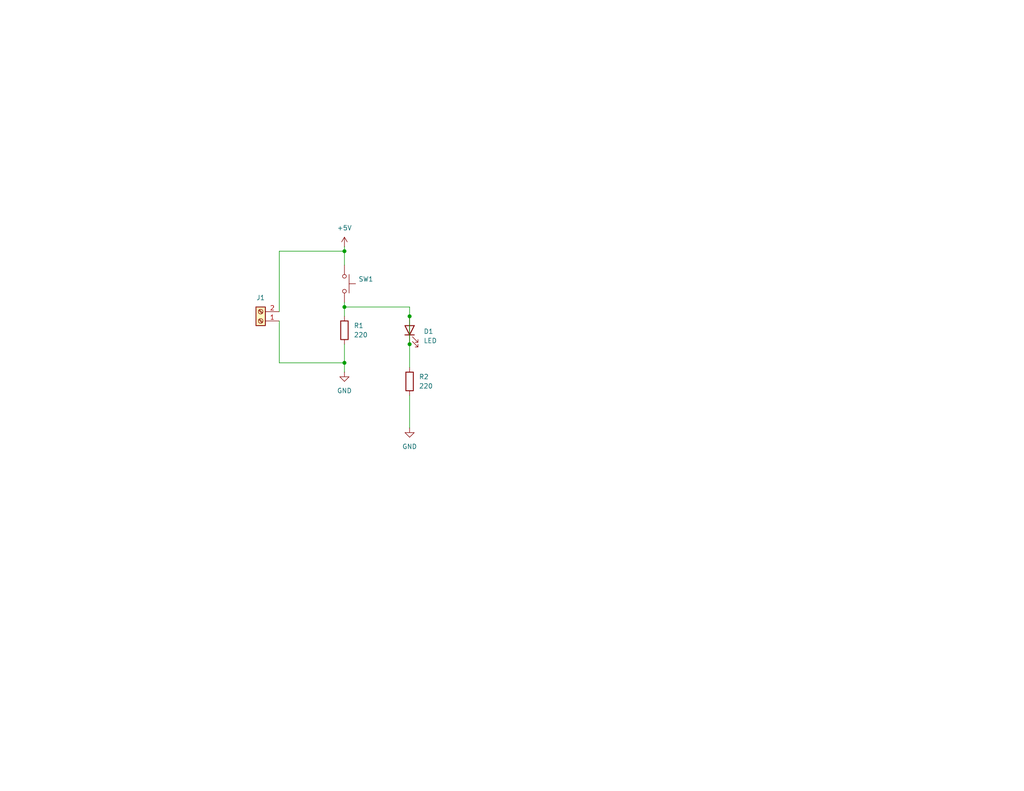
<source format=kicad_sch>
(kicad_sch
	(version 20231120)
	(generator "eeschema")
	(generator_version "8.0")
	(uuid "ba12d5c7-d5be-4a8f-aa31-8bb6b06c141a")
	(paper "USLetter")
	(title_block
		(title "EMCENDIDO DE LED CON PULSADOR ")
		(date "9-oct-24")
		(rev "V1.1")
	)
	(lib_symbols
		(symbol "Connector:Screw_Terminal_01x02"
			(pin_names
				(offset 1.016) hide)
			(exclude_from_sim no)
			(in_bom yes)
			(on_board yes)
			(property "Reference" "J"
				(at 0 2.54 0)
				(effects
					(font
						(size 1.27 1.27)
					)
				)
			)
			(property "Value" "Screw_Terminal_01x02"
				(at 0 -5.08 0)
				(effects
					(font
						(size 1.27 1.27)
					)
				)
			)
			(property "Footprint" ""
				(at 0 0 0)
				(effects
					(font
						(size 1.27 1.27)
					)
					(hide yes)
				)
			)
			(property "Datasheet" "~"
				(at 0 0 0)
				(effects
					(font
						(size 1.27 1.27)
					)
					(hide yes)
				)
			)
			(property "Description" "Generic screw terminal, single row, 01x02, script generated (kicad-library-utils/schlib/autogen/connector/)"
				(at 0 0 0)
				(effects
					(font
						(size 1.27 1.27)
					)
					(hide yes)
				)
			)
			(property "ki_keywords" "screw terminal"
				(at 0 0 0)
				(effects
					(font
						(size 1.27 1.27)
					)
					(hide yes)
				)
			)
			(property "ki_fp_filters" "TerminalBlock*:*"
				(at 0 0 0)
				(effects
					(font
						(size 1.27 1.27)
					)
					(hide yes)
				)
			)
			(symbol "Screw_Terminal_01x02_1_1"
				(rectangle
					(start -1.27 1.27)
					(end 1.27 -3.81)
					(stroke
						(width 0.254)
						(type default)
					)
					(fill
						(type background)
					)
				)
				(circle
					(center 0 -2.54)
					(radius 0.635)
					(stroke
						(width 0.1524)
						(type default)
					)
					(fill
						(type none)
					)
				)
				(polyline
					(pts
						(xy -0.5334 -2.2098) (xy 0.3302 -3.048)
					)
					(stroke
						(width 0.1524)
						(type default)
					)
					(fill
						(type none)
					)
				)
				(polyline
					(pts
						(xy -0.5334 0.3302) (xy 0.3302 -0.508)
					)
					(stroke
						(width 0.1524)
						(type default)
					)
					(fill
						(type none)
					)
				)
				(polyline
					(pts
						(xy -0.3556 -2.032) (xy 0.508 -2.8702)
					)
					(stroke
						(width 0.1524)
						(type default)
					)
					(fill
						(type none)
					)
				)
				(polyline
					(pts
						(xy -0.3556 0.508) (xy 0.508 -0.3302)
					)
					(stroke
						(width 0.1524)
						(type default)
					)
					(fill
						(type none)
					)
				)
				(circle
					(center 0 0)
					(radius 0.635)
					(stroke
						(width 0.1524)
						(type default)
					)
					(fill
						(type none)
					)
				)
				(pin passive line
					(at -5.08 0 0)
					(length 3.81)
					(name "Pin_1"
						(effects
							(font
								(size 1.27 1.27)
							)
						)
					)
					(number "1"
						(effects
							(font
								(size 1.27 1.27)
							)
						)
					)
				)
				(pin passive line
					(at -5.08 -2.54 0)
					(length 3.81)
					(name "Pin_2"
						(effects
							(font
								(size 1.27 1.27)
							)
						)
					)
					(number "2"
						(effects
							(font
								(size 1.27 1.27)
							)
						)
					)
				)
			)
		)
		(symbol "Device:LED"
			(pin_numbers hide)
			(pin_names
				(offset 1.016) hide)
			(exclude_from_sim no)
			(in_bom yes)
			(on_board yes)
			(property "Reference" "D"
				(at 0 2.54 0)
				(effects
					(font
						(size 1.27 1.27)
					)
				)
			)
			(property "Value" "LED"
				(at 0 -2.54 0)
				(effects
					(font
						(size 1.27 1.27)
					)
				)
			)
			(property "Footprint" ""
				(at 0 0 0)
				(effects
					(font
						(size 1.27 1.27)
					)
					(hide yes)
				)
			)
			(property "Datasheet" "~"
				(at 0 0 0)
				(effects
					(font
						(size 1.27 1.27)
					)
					(hide yes)
				)
			)
			(property "Description" "Light emitting diode"
				(at 0 0 0)
				(effects
					(font
						(size 1.27 1.27)
					)
					(hide yes)
				)
			)
			(property "ki_keywords" "LED diode"
				(at 0 0 0)
				(effects
					(font
						(size 1.27 1.27)
					)
					(hide yes)
				)
			)
			(property "ki_fp_filters" "LED* LED_SMD:* LED_THT:*"
				(at 0 0 0)
				(effects
					(font
						(size 1.27 1.27)
					)
					(hide yes)
				)
			)
			(symbol "LED_0_1"
				(polyline
					(pts
						(xy -1.27 -1.27) (xy -1.27 1.27)
					)
					(stroke
						(width 0.254)
						(type default)
					)
					(fill
						(type none)
					)
				)
				(polyline
					(pts
						(xy -1.27 0) (xy 1.27 0)
					)
					(stroke
						(width 0)
						(type default)
					)
					(fill
						(type none)
					)
				)
				(polyline
					(pts
						(xy 1.27 -1.27) (xy 1.27 1.27) (xy -1.27 0) (xy 1.27 -1.27)
					)
					(stroke
						(width 0.254)
						(type default)
					)
					(fill
						(type none)
					)
				)
				(polyline
					(pts
						(xy -3.048 -0.762) (xy -4.572 -2.286) (xy -3.81 -2.286) (xy -4.572 -2.286) (xy -4.572 -1.524)
					)
					(stroke
						(width 0)
						(type default)
					)
					(fill
						(type none)
					)
				)
				(polyline
					(pts
						(xy -1.778 -0.762) (xy -3.302 -2.286) (xy -2.54 -2.286) (xy -3.302 -2.286) (xy -3.302 -1.524)
					)
					(stroke
						(width 0)
						(type default)
					)
					(fill
						(type none)
					)
				)
			)
			(symbol "LED_1_1"
				(pin passive line
					(at -3.81 0 0)
					(length 2.54)
					(name "K"
						(effects
							(font
								(size 1.27 1.27)
							)
						)
					)
					(number "1"
						(effects
							(font
								(size 1.27 1.27)
							)
						)
					)
				)
				(pin passive line
					(at 3.81 0 180)
					(length 2.54)
					(name "A"
						(effects
							(font
								(size 1.27 1.27)
							)
						)
					)
					(number "2"
						(effects
							(font
								(size 1.27 1.27)
							)
						)
					)
				)
			)
		)
		(symbol "Device:R"
			(pin_numbers hide)
			(pin_names
				(offset 0)
			)
			(exclude_from_sim no)
			(in_bom yes)
			(on_board yes)
			(property "Reference" "R"
				(at 2.032 0 90)
				(effects
					(font
						(size 1.27 1.27)
					)
				)
			)
			(property "Value" "R"
				(at 0 0 90)
				(effects
					(font
						(size 1.27 1.27)
					)
				)
			)
			(property "Footprint" ""
				(at -1.778 0 90)
				(effects
					(font
						(size 1.27 1.27)
					)
					(hide yes)
				)
			)
			(property "Datasheet" "~"
				(at 0 0 0)
				(effects
					(font
						(size 1.27 1.27)
					)
					(hide yes)
				)
			)
			(property "Description" "Resistor"
				(at 0 0 0)
				(effects
					(font
						(size 1.27 1.27)
					)
					(hide yes)
				)
			)
			(property "ki_keywords" "R res resistor"
				(at 0 0 0)
				(effects
					(font
						(size 1.27 1.27)
					)
					(hide yes)
				)
			)
			(property "ki_fp_filters" "R_*"
				(at 0 0 0)
				(effects
					(font
						(size 1.27 1.27)
					)
					(hide yes)
				)
			)
			(symbol "R_0_1"
				(rectangle
					(start -1.016 -2.54)
					(end 1.016 2.54)
					(stroke
						(width 0.254)
						(type default)
					)
					(fill
						(type none)
					)
				)
			)
			(symbol "R_1_1"
				(pin passive line
					(at 0 3.81 270)
					(length 1.27)
					(name "~"
						(effects
							(font
								(size 1.27 1.27)
							)
						)
					)
					(number "1"
						(effects
							(font
								(size 1.27 1.27)
							)
						)
					)
				)
				(pin passive line
					(at 0 -3.81 90)
					(length 1.27)
					(name "~"
						(effects
							(font
								(size 1.27 1.27)
							)
						)
					)
					(number "2"
						(effects
							(font
								(size 1.27 1.27)
							)
						)
					)
				)
			)
		)
		(symbol "Switch:SW_Push"
			(pin_numbers hide)
			(pin_names
				(offset 1.016) hide)
			(exclude_from_sim no)
			(in_bom yes)
			(on_board yes)
			(property "Reference" "SW"
				(at 1.27 2.54 0)
				(effects
					(font
						(size 1.27 1.27)
					)
					(justify left)
				)
			)
			(property "Value" "SW_Push"
				(at 0 -1.524 0)
				(effects
					(font
						(size 1.27 1.27)
					)
				)
			)
			(property "Footprint" ""
				(at 0 5.08 0)
				(effects
					(font
						(size 1.27 1.27)
					)
					(hide yes)
				)
			)
			(property "Datasheet" "~"
				(at 0 5.08 0)
				(effects
					(font
						(size 1.27 1.27)
					)
					(hide yes)
				)
			)
			(property "Description" "Push button switch, generic, two pins"
				(at 0 0 0)
				(effects
					(font
						(size 1.27 1.27)
					)
					(hide yes)
				)
			)
			(property "ki_keywords" "switch normally-open pushbutton push-button"
				(at 0 0 0)
				(effects
					(font
						(size 1.27 1.27)
					)
					(hide yes)
				)
			)
			(symbol "SW_Push_0_1"
				(circle
					(center -2.032 0)
					(radius 0.508)
					(stroke
						(width 0)
						(type default)
					)
					(fill
						(type none)
					)
				)
				(polyline
					(pts
						(xy 0 1.27) (xy 0 3.048)
					)
					(stroke
						(width 0)
						(type default)
					)
					(fill
						(type none)
					)
				)
				(polyline
					(pts
						(xy 2.54 1.27) (xy -2.54 1.27)
					)
					(stroke
						(width 0)
						(type default)
					)
					(fill
						(type none)
					)
				)
				(circle
					(center 2.032 0)
					(radius 0.508)
					(stroke
						(width 0)
						(type default)
					)
					(fill
						(type none)
					)
				)
				(pin passive line
					(at -5.08 0 0)
					(length 2.54)
					(name "1"
						(effects
							(font
								(size 1.27 1.27)
							)
						)
					)
					(number "1"
						(effects
							(font
								(size 1.27 1.27)
							)
						)
					)
				)
				(pin passive line
					(at 5.08 0 180)
					(length 2.54)
					(name "2"
						(effects
							(font
								(size 1.27 1.27)
							)
						)
					)
					(number "2"
						(effects
							(font
								(size 1.27 1.27)
							)
						)
					)
				)
			)
		)
		(symbol "power:+5V"
			(power)
			(pin_numbers hide)
			(pin_names
				(offset 0) hide)
			(exclude_from_sim no)
			(in_bom yes)
			(on_board yes)
			(property "Reference" "#PWR"
				(at 0 -3.81 0)
				(effects
					(font
						(size 1.27 1.27)
					)
					(hide yes)
				)
			)
			(property "Value" "+5V"
				(at 0 3.556 0)
				(effects
					(font
						(size 1.27 1.27)
					)
				)
			)
			(property "Footprint" ""
				(at 0 0 0)
				(effects
					(font
						(size 1.27 1.27)
					)
					(hide yes)
				)
			)
			(property "Datasheet" ""
				(at 0 0 0)
				(effects
					(font
						(size 1.27 1.27)
					)
					(hide yes)
				)
			)
			(property "Description" "Power symbol creates a global label with name \"+5V\""
				(at 0 0 0)
				(effects
					(font
						(size 1.27 1.27)
					)
					(hide yes)
				)
			)
			(property "ki_keywords" "global power"
				(at 0 0 0)
				(effects
					(font
						(size 1.27 1.27)
					)
					(hide yes)
				)
			)
			(symbol "+5V_0_1"
				(polyline
					(pts
						(xy -0.762 1.27) (xy 0 2.54)
					)
					(stroke
						(width 0)
						(type default)
					)
					(fill
						(type none)
					)
				)
				(polyline
					(pts
						(xy 0 0) (xy 0 2.54)
					)
					(stroke
						(width 0)
						(type default)
					)
					(fill
						(type none)
					)
				)
				(polyline
					(pts
						(xy 0 2.54) (xy 0.762 1.27)
					)
					(stroke
						(width 0)
						(type default)
					)
					(fill
						(type none)
					)
				)
			)
			(symbol "+5V_1_1"
				(pin power_in line
					(at 0 0 90)
					(length 0)
					(name "~"
						(effects
							(font
								(size 1.27 1.27)
							)
						)
					)
					(number "1"
						(effects
							(font
								(size 1.27 1.27)
							)
						)
					)
				)
			)
		)
		(symbol "power:GND"
			(power)
			(pin_numbers hide)
			(pin_names
				(offset 0) hide)
			(exclude_from_sim no)
			(in_bom yes)
			(on_board yes)
			(property "Reference" "#PWR"
				(at 0 -6.35 0)
				(effects
					(font
						(size 1.27 1.27)
					)
					(hide yes)
				)
			)
			(property "Value" "GND"
				(at 0 -3.81 0)
				(effects
					(font
						(size 1.27 1.27)
					)
				)
			)
			(property "Footprint" ""
				(at 0 0 0)
				(effects
					(font
						(size 1.27 1.27)
					)
					(hide yes)
				)
			)
			(property "Datasheet" ""
				(at 0 0 0)
				(effects
					(font
						(size 1.27 1.27)
					)
					(hide yes)
				)
			)
			(property "Description" "Power symbol creates a global label with name \"GND\" , ground"
				(at 0 0 0)
				(effects
					(font
						(size 1.27 1.27)
					)
					(hide yes)
				)
			)
			(property "ki_keywords" "global power"
				(at 0 0 0)
				(effects
					(font
						(size 1.27 1.27)
					)
					(hide yes)
				)
			)
			(symbol "GND_0_1"
				(polyline
					(pts
						(xy 0 0) (xy 0 -1.27) (xy 1.27 -1.27) (xy 0 -2.54) (xy -1.27 -1.27) (xy 0 -1.27)
					)
					(stroke
						(width 0)
						(type default)
					)
					(fill
						(type none)
					)
				)
			)
			(symbol "GND_1_1"
				(pin power_in line
					(at 0 0 270)
					(length 0)
					(name "~"
						(effects
							(font
								(size 1.27 1.27)
							)
						)
					)
					(number "1"
						(effects
							(font
								(size 1.27 1.27)
							)
						)
					)
				)
			)
		)
	)
	(junction
		(at 93.98 68.58)
		(diameter 0)
		(color 0 0 0 0)
		(uuid "032848e7-d597-4164-b5ef-387b483fbfce")
	)
	(junction
		(at 93.98 99.06)
		(diameter 0)
		(color 0 0 0 0)
		(uuid "0bb0dcd8-d527-45fb-a643-b30a6446c804")
	)
	(junction
		(at 111.76 86.36)
		(diameter 0)
		(color 0 0 0 0)
		(uuid "612d8654-5155-41c4-ab57-07ba0dca16f3")
	)
	(junction
		(at 93.98 83.82)
		(diameter 0)
		(color 0 0 0 0)
		(uuid "7c5d5a1c-edd1-4b27-9981-9ffec7c48eba")
	)
	(junction
		(at 111.76 93.98)
		(diameter 0)
		(color 0 0 0 0)
		(uuid "ec096103-7c50-4c61-8a5c-2f1cf65099b6")
	)
	(wire
		(pts
			(xy 93.98 68.58) (xy 93.98 72.39)
		)
		(stroke
			(width 0)
			(type default)
		)
		(uuid "05c9b099-58cc-40e3-b576-232e3d292675")
	)
	(wire
		(pts
			(xy 93.98 93.98) (xy 93.98 99.06)
		)
		(stroke
			(width 0)
			(type default)
		)
		(uuid "1b2e83f1-689e-4a03-840c-652369fbf743")
	)
	(wire
		(pts
			(xy 76.2 99.06) (xy 93.98 99.06)
		)
		(stroke
			(width 0)
			(type default)
		)
		(uuid "2603b1c5-0036-4497-97be-f3e25736aad1")
	)
	(wire
		(pts
			(xy 76.2 68.58) (xy 93.98 68.58)
		)
		(stroke
			(width 0)
			(type default)
		)
		(uuid "59be40d4-290b-4d2a-b94c-4cfb319f43e7")
	)
	(wire
		(pts
			(xy 76.2 85.09) (xy 76.2 68.58)
		)
		(stroke
			(width 0)
			(type default)
		)
		(uuid "647d0337-55fe-43a4-b1b8-b537b6bf8637")
	)
	(wire
		(pts
			(xy 93.98 83.82) (xy 111.76 83.82)
		)
		(stroke
			(width 0)
			(type default)
		)
		(uuid "98b03b5e-b985-4529-a53e-65bccd0aa023")
	)
	(wire
		(pts
			(xy 111.76 86.36) (xy 111.76 93.98)
		)
		(stroke
			(width 0)
			(type default)
		)
		(uuid "b745d450-11e1-47a6-846f-c612130dc4f4")
	)
	(wire
		(pts
			(xy 111.76 93.98) (xy 111.76 100.33)
		)
		(stroke
			(width 0)
			(type default)
		)
		(uuid "b7af80af-e3e7-4913-a59a-88849137d0b2")
	)
	(wire
		(pts
			(xy 111.76 83.82) (xy 111.76 86.36)
		)
		(stroke
			(width 0)
			(type default)
		)
		(uuid "bb05d18a-398d-42a2-9184-a820072961e3")
	)
	(wire
		(pts
			(xy 76.2 87.63) (xy 76.2 99.06)
		)
		(stroke
			(width 0)
			(type default)
		)
		(uuid "c83f65a0-629d-4f2d-a2f8-f48498623076")
	)
	(wire
		(pts
			(xy 93.98 99.06) (xy 93.98 101.6)
		)
		(stroke
			(width 0)
			(type default)
		)
		(uuid "cd08ac7a-c2fc-4197-9e8e-7540208af80e")
	)
	(wire
		(pts
			(xy 93.98 82.55) (xy 93.98 83.82)
		)
		(stroke
			(width 0)
			(type default)
		)
		(uuid "d283b312-d496-4a29-8cd2-b354c6d123e6")
	)
	(wire
		(pts
			(xy 93.98 67.31) (xy 93.98 68.58)
		)
		(stroke
			(width 0)
			(type default)
		)
		(uuid "d5d68430-2648-468f-846d-df9c03d74531")
	)
	(wire
		(pts
			(xy 111.76 107.95) (xy 111.76 116.84)
		)
		(stroke
			(width 0)
			(type default)
		)
		(uuid "d6b3570f-accf-4f43-9afd-5693fdf8a345")
	)
	(wire
		(pts
			(xy 93.98 83.82) (xy 93.98 86.36)
		)
		(stroke
			(width 0)
			(type default)
		)
		(uuid "ef76ba90-5212-4a16-a08c-c8259dc6c595")
	)
	(symbol
		(lib_id "Switch:SW_Push")
		(at 93.98 77.47 270)
		(unit 1)
		(exclude_from_sim no)
		(in_bom yes)
		(on_board yes)
		(dnp no)
		(fields_autoplaced yes)
		(uuid "30b2a43c-2670-41e6-830b-21c97344aa0e")
		(property "Reference" "SW1"
			(at 97.79 76.1999 90)
			(effects
				(font
					(size 1.27 1.27)
				)
				(justify left)
			)
		)
		(property "Value" "SW_Push"
			(at 97.79 78.7399 90)
			(effects
				(font
					(size 1.27 1.27)
				)
				(justify left)
				(hide yes)
			)
		)
		(property "Footprint" "Button_Switch_THT:SW_PUSH_6mm"
			(at 99.06 77.47 0)
			(effects
				(font
					(size 1.27 1.27)
				)
				(hide yes)
			)
		)
		(property "Datasheet" "~"
			(at 99.06 77.47 0)
			(effects
				(font
					(size 1.27 1.27)
				)
				(hide yes)
			)
		)
		(property "Description" "Push button switch, generic, two pins"
			(at 93.98 77.47 0)
			(effects
				(font
					(size 1.27 1.27)
				)
				(hide yes)
			)
		)
		(pin "2"
			(uuid "6c0e6bf7-fd7e-45fa-91c3-78ad309c58bf")
		)
		(pin "1"
			(uuid "fcefd1cc-0d56-4b2f-9f2d-8eab68aba071")
		)
		(instances
			(project ""
				(path "/ba12d5c7-d5be-4a8f-aa31-8bb6b06c141a"
					(reference "SW1")
					(unit 1)
				)
			)
		)
	)
	(symbol
		(lib_id "Device:R")
		(at 93.98 90.17 0)
		(unit 1)
		(exclude_from_sim no)
		(in_bom yes)
		(on_board yes)
		(dnp no)
		(fields_autoplaced yes)
		(uuid "4e14ca65-ae05-4750-8d38-a894c8548278")
		(property "Reference" "R1"
			(at 96.52 88.8999 0)
			(effects
				(font
					(size 1.27 1.27)
				)
				(justify left)
			)
		)
		(property "Value" "220"
			(at 96.52 91.4399 0)
			(effects
				(font
					(size 1.27 1.27)
				)
				(justify left)
			)
		)
		(property "Footprint" "Resistor_THT:R_Axial_DIN0411_L9.9mm_D3.6mm_P20.32mm_Horizontal"
			(at 92.202 90.17 90)
			(effects
				(font
					(size 1.27 1.27)
				)
				(hide yes)
			)
		)
		(property "Datasheet" "~"
			(at 93.98 90.17 0)
			(effects
				(font
					(size 1.27 1.27)
				)
				(hide yes)
			)
		)
		(property "Description" "Resistor"
			(at 93.98 90.17 0)
			(effects
				(font
					(size 1.27 1.27)
				)
				(hide yes)
			)
		)
		(pin "2"
			(uuid "4dac6a01-9c25-4bfa-a71a-f482dd9f20ef")
		)
		(pin "1"
			(uuid "1b3cef15-f544-4e31-b46a-562b94b80381")
		)
		(instances
			(project ""
				(path "/ba12d5c7-d5be-4a8f-aa31-8bb6b06c141a"
					(reference "R1")
					(unit 1)
				)
			)
		)
	)
	(symbol
		(lib_id "power:+5V")
		(at 93.98 67.31 0)
		(unit 1)
		(exclude_from_sim no)
		(in_bom yes)
		(on_board yes)
		(dnp no)
		(fields_autoplaced yes)
		(uuid "5a059dee-b234-4bd9-b299-0ce96e0bbd8f")
		(property "Reference" "#PWR01"
			(at 93.98 71.12 0)
			(effects
				(font
					(size 1.27 1.27)
				)
				(hide yes)
			)
		)
		(property "Value" "+5V"
			(at 93.98 62.23 0)
			(effects
				(font
					(size 1.27 1.27)
				)
			)
		)
		(property "Footprint" ""
			(at 93.98 67.31 0)
			(effects
				(font
					(size 1.27 1.27)
				)
				(hide yes)
			)
		)
		(property "Datasheet" ""
			(at 93.98 67.31 0)
			(effects
				(font
					(size 1.27 1.27)
				)
				(hide yes)
			)
		)
		(property "Description" "Power symbol creates a global label with name \"+5V\""
			(at 93.98 67.31 0)
			(effects
				(font
					(size 1.27 1.27)
				)
				(hide yes)
			)
		)
		(pin "1"
			(uuid "9f0319e3-65dd-47ac-9718-4cb07a7176a1")
		)
		(instances
			(project ""
				(path "/ba12d5c7-d5be-4a8f-aa31-8bb6b06c141a"
					(reference "#PWR01")
					(unit 1)
				)
			)
		)
	)
	(symbol
		(lib_id "Device:LED")
		(at 111.76 90.17 90)
		(unit 1)
		(exclude_from_sim no)
		(in_bom yes)
		(on_board yes)
		(dnp no)
		(fields_autoplaced yes)
		(uuid "989d45d7-9b82-46ba-8dd2-b3b2429250fd")
		(property "Reference" "D1"
			(at 115.57 90.4874 90)
			(effects
				(font
					(size 1.27 1.27)
				)
				(justify right)
			)
		)
		(property "Value" "LED"
			(at 115.57 93.0274 90)
			(effects
				(font
					(size 1.27 1.27)
				)
				(justify right)
			)
		)
		(property "Footprint" "LED_THT:LED_D5.0mm"
			(at 111.76 90.17 0)
			(effects
				(font
					(size 1.27 1.27)
				)
				(hide yes)
			)
		)
		(property "Datasheet" "~"
			(at 111.76 90.17 0)
			(effects
				(font
					(size 1.27 1.27)
				)
				(hide yes)
			)
		)
		(property "Description" "Light emitting diode"
			(at 111.76 90.17 0)
			(effects
				(font
					(size 1.27 1.27)
				)
				(hide yes)
			)
		)
		(pin "2"
			(uuid "2b1f5c18-a9f5-41bb-8428-8ff0aee04de2")
		)
		(pin "1"
			(uuid "1248fb98-6e4f-477d-b376-3fe658d12813")
		)
		(instances
			(project ""
				(path "/ba12d5c7-d5be-4a8f-aa31-8bb6b06c141a"
					(reference "D1")
					(unit 1)
				)
			)
		)
	)
	(symbol
		(lib_id "power:GND")
		(at 111.76 116.84 0)
		(unit 1)
		(exclude_from_sim no)
		(in_bom yes)
		(on_board yes)
		(dnp no)
		(fields_autoplaced yes)
		(uuid "c5d22453-b32b-4f98-9a92-f4990b29694b")
		(property "Reference" "#PWR03"
			(at 111.76 123.19 0)
			(effects
				(font
					(size 1.27 1.27)
				)
				(hide yes)
			)
		)
		(property "Value" "GND"
			(at 111.76 121.92 0)
			(effects
				(font
					(size 1.27 1.27)
				)
			)
		)
		(property "Footprint" ""
			(at 111.76 116.84 0)
			(effects
				(font
					(size 1.27 1.27)
				)
				(hide yes)
			)
		)
		(property "Datasheet" ""
			(at 111.76 116.84 0)
			(effects
				(font
					(size 1.27 1.27)
				)
				(hide yes)
			)
		)
		(property "Description" "Power symbol creates a global label with name \"GND\" , ground"
			(at 111.76 116.84 0)
			(effects
				(font
					(size 1.27 1.27)
				)
				(hide yes)
			)
		)
		(pin "1"
			(uuid "f85c8372-c35d-4e0f-b308-04f1b898eef8")
		)
		(instances
			(project ""
				(path "/ba12d5c7-d5be-4a8f-aa31-8bb6b06c141a"
					(reference "#PWR03")
					(unit 1)
				)
			)
		)
	)
	(symbol
		(lib_id "Connector:Screw_Terminal_01x02")
		(at 71.12 87.63 180)
		(unit 1)
		(exclude_from_sim no)
		(in_bom yes)
		(on_board yes)
		(dnp no)
		(fields_autoplaced yes)
		(uuid "c7077212-0c7b-4118-b06f-a0f3a48d4437")
		(property "Reference" "J1"
			(at 71.12 81.28 0)
			(effects
				(font
					(size 1.27 1.27)
				)
			)
		)
		(property "Value" "Screw_Terminal_01x02"
			(at 71.12 81.28 0)
			(effects
				(font
					(size 1.27 1.27)
				)
				(hide yes)
			)
		)
		(property "Footprint" "TerminalBlock:TerminalBlock_bornier-2_P5.08mm"
			(at 71.12 87.63 0)
			(effects
				(font
					(size 1.27 1.27)
				)
				(hide yes)
			)
		)
		(property "Datasheet" "~"
			(at 71.12 87.63 0)
			(effects
				(font
					(size 1.27 1.27)
				)
				(hide yes)
			)
		)
		(property "Description" "Generic screw terminal, single row, 01x02, script generated (kicad-library-utils/schlib/autogen/connector/)"
			(at 71.12 87.63 0)
			(effects
				(font
					(size 1.27 1.27)
				)
				(hide yes)
			)
		)
		(pin "2"
			(uuid "8fd62253-5a43-42b8-88a0-26926cd4eb69")
		)
		(pin "1"
			(uuid "f53ff0b7-8ad8-432b-b58f-dd85b79853ed")
		)
		(instances
			(project ""
				(path "/ba12d5c7-d5be-4a8f-aa31-8bb6b06c141a"
					(reference "J1")
					(unit 1)
				)
			)
		)
	)
	(symbol
		(lib_id "Device:R")
		(at 111.76 104.14 0)
		(unit 1)
		(exclude_from_sim no)
		(in_bom yes)
		(on_board yes)
		(dnp no)
		(fields_autoplaced yes)
		(uuid "d6451298-71f6-4392-902e-5e09c28cef3a")
		(property "Reference" "R2"
			(at 114.3 102.8699 0)
			(effects
				(font
					(size 1.27 1.27)
				)
				(justify left)
			)
		)
		(property "Value" "220"
			(at 114.3 105.4099 0)
			(effects
				(font
					(size 1.27 1.27)
				)
				(justify left)
			)
		)
		(property "Footprint" "Resistor_THT:R_Axial_DIN0411_L9.9mm_D3.6mm_P20.32mm_Horizontal"
			(at 109.982 104.14 90)
			(effects
				(font
					(size 1.27 1.27)
				)
				(hide yes)
			)
		)
		(property "Datasheet" "~"
			(at 111.76 104.14 0)
			(effects
				(font
					(size 1.27 1.27)
				)
				(hide yes)
			)
		)
		(property "Description" "Resistor"
			(at 111.76 104.14 0)
			(effects
				(font
					(size 1.27 1.27)
				)
				(hide yes)
			)
		)
		(pin "1"
			(uuid "22db0f2f-bb45-4c0a-b9e9-f6ee96537328")
		)
		(pin "2"
			(uuid "cf5fb9c3-fa3a-4c64-8d59-5834958c2e66")
		)
		(instances
			(project ""
				(path "/ba12d5c7-d5be-4a8f-aa31-8bb6b06c141a"
					(reference "R2")
					(unit 1)
				)
			)
		)
	)
	(symbol
		(lib_id "power:GND")
		(at 93.98 101.6 0)
		(unit 1)
		(exclude_from_sim no)
		(in_bom yes)
		(on_board yes)
		(dnp no)
		(fields_autoplaced yes)
		(uuid "e39db69e-f3c0-4d96-99df-082d8bd5921c")
		(property "Reference" "#PWR02"
			(at 93.98 107.95 0)
			(effects
				(font
					(size 1.27 1.27)
				)
				(hide yes)
			)
		)
		(property "Value" "GND"
			(at 93.98 106.68 0)
			(effects
				(font
					(size 1.27 1.27)
				)
			)
		)
		(property "Footprint" ""
			(at 93.98 101.6 0)
			(effects
				(font
					(size 1.27 1.27)
				)
				(hide yes)
			)
		)
		(property "Datasheet" ""
			(at 93.98 101.6 0)
			(effects
				(font
					(size 1.27 1.27)
				)
				(hide yes)
			)
		)
		(property "Description" "Power symbol creates a global label with name \"GND\" , ground"
			(at 93.98 101.6 0)
			(effects
				(font
					(size 1.27 1.27)
				)
				(hide yes)
			)
		)
		(pin "1"
			(uuid "f98973c7-aba6-4787-a2d5-56d5ab161070")
		)
		(instances
			(project ""
				(path "/ba12d5c7-d5be-4a8f-aa31-8bb6b06c141a"
					(reference "#PWR02")
					(unit 1)
				)
			)
		)
	)
	(sheet_instances
		(path "/"
			(page "1")
		)
	)
)

</source>
